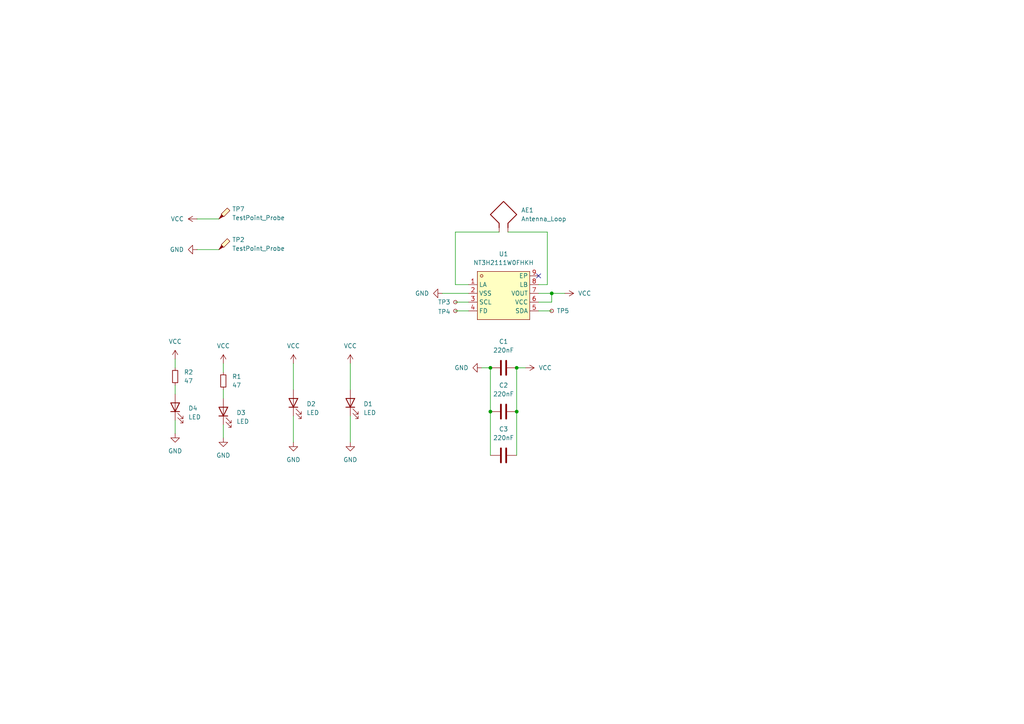
<source format=kicad_sch>
(kicad_sch (version 20231120) (generator "eeschema") (generator_version "8.0")
  (paper "A4")
  (lib_symbols
    (symbol "Connector:TestPoint_Probe" (pin_numbers hide) (pin_names (offset 0.762) hide)
      (property "Reference" "TP" (at 1.651 5.842 0))
      (property "Value" "TestPoint_Probe" (at 1.651 4.064 0))
      (symbol "TestPoint_Probe_0_1"
        (polyline (pts (xy 1.27 0.762) (xy 0 0) (xy 0.762 1.27) (xy 1.27 0.762)) (fill (type outline)))
        (polyline (pts (xy 1.397 0.635) (xy 0.635 1.397) (xy 2.413 3.175) (xy 3.175 2.413) (xy 1.397 0.635)) (fill (type background)))
      )
      (symbol "TestPoint_Probe_1_1"
        (pin passive line (at 0 0 90) (length 0) (name "1") (number "1"))
      )
    )
    (symbol "Connector:TestPoint_Small" (pin_numbers hide) (pin_names (offset 0.762) hide)
      (property "Reference" "TP" (at 0 3.81 0))
      (property "Value" "TestPoint_Small" (at 0 2.032 0))
      (symbol "TestPoint_Small_0_1"
        (circle (center 0 0) (radius 0.508))
      )
      (symbol "TestPoint_Small_1_1"
        (pin passive line (at 0 0 90) (length 0) (name "1") (number "1"))
      )
    )
    (symbol "Device:Antenna_Loop" (pin_numbers hide) (pin_names (offset 1.016) hide)
      (property "Reference" "AE" (at 1.27 6.35 0))
      (property "Value" "Antenna_Loop" (at 1.27 5.08 0))
      (symbol "Antenna_Loop_0_1"
        (polyline (pts (xy 2.54 -3.81) (xy 2.54 -2.54) (xy 5.08 0) (xy 1.27 3.81) (xy -2.54 0) (xy 0 -2.54) (xy 0 -3.81)) (stroke (width 0.254)))
      )
      (symbol "Antenna_Loop_1_1"
        (pin input line (at 0 -5.08 90) (length 2.54) (name "~") (number "1"))
        (pin input line (at 2.54 -5.08 90) (length 2.54) (name "~") (number "2"))
      )
    )
    (symbol "Device:C" (pin_numbers hide) (pin_names (offset 0.254))
      (property "Reference" "C" (at 0.635 2.54 0))
      (property "Value" "C" (at 0.635 -2.54 0))
      (symbol "C_0_1"
        (polyline (pts (xy -2.032 -0.762) (xy 2.032 -0.762)) (stroke (width 0.508)))
        (polyline (pts (xy -2.032 0.762) (xy 2.032 0.762)) (stroke (width 0.508)))
      )
      (symbol "C_1_1"
        (pin passive line (at 0 3.81 270) (length 2.794) (name "~") (number "1"))
        (pin passive line (at 0 -3.81 90) (length 2.794) (name "~") (number "2"))
      )
    )
    (symbol "Device:LED" (pin_numbers hide) (pin_names (offset 1.016) hide)
      (property "Reference" "D" (at 0 2.54 0))
      (property "Value" "LED" (at 0 -2.54 0))
      (symbol "LED_0_1"
        (polyline (pts (xy -1.27 -1.27) (xy -1.27 1.27)) (stroke (width 0.254)))
        (polyline (pts (xy -1.27 0) (xy 1.27 0)))
        (polyline (pts (xy 1.27 -1.27) (xy 1.27 1.27) (xy -1.27 0) (xy 1.27 -1.27)) (stroke (width 0.254)))
        (polyline (pts (xy -3.048 -0.762) (xy -4.572 -2.286) (xy -3.81 -2.286) (xy -4.572 -2.286) (xy -4.572 -1.524)))
        (polyline (pts (xy -1.778 -0.762) (xy -3.302 -2.286) (xy -2.54 -2.286) (xy -3.302 -2.286) (xy -3.302 -1.524)))
      )
      (symbol "LED_1_1"
        (pin passive line (at -3.81 0 0) (length 2.54) (name "K") (number "1"))
        (pin passive line (at 3.81 0 180) (length 2.54) (name "A") (number "2"))
      )
    )
    (symbol "Device:R_Small" (pin_numbers hide) (pin_names (offset 0.254) hide)
      (property "Reference" "R" (at 0.762 0.508 0))
      (property "Value" "R_Small" (at 0.762 -1.016 0))
      (symbol "R_Small_0_1"
        (rectangle (start -0.762 1.778) (end 0.762 -1.778) (stroke (width 0.2032)))
      )
      (symbol "R_Small_1_1"
        (pin passive line (at 0 2.54 270) (length 0.762) (name "~") (number "1"))
        (pin passive line (at 0 -2.54 90) (length 0.762) (name "~") (number "2"))
      )
    )
    (symbol "easyeda2kicad:NT3H2111W0FHKH"
      (property "Reference" "U" (at 0 11.43 0))
      (property "Value" "NT3H2111W0FHKH" (at 0 -8.89 0))
      (symbol "NT3H2111W0FHKH_0_1"
        (rectangle (start -7.62 7.62) (end 7.62 -6.35) (fill (type background)))
        (circle (center -6.35 6.35) (radius 0.38))
        (pin unspecified line (at -10.16 3.81 0) (length 2.54) (name "LA") (number "1"))
        (pin unspecified line (at -10.16 1.27 0) (length 2.54) (name "VSS") (number "2"))
        (pin unspecified line (at -10.16 -1.27 0) (length 2.54) (name "SCL") (number "3"))
        (pin unspecified line (at -10.16 -3.81 0) (length 2.54) (name "FD") (number "4"))
        (pin unspecified line (at 10.16 -3.81 180) (length 2.54) (name "SDA") (number "5"))
        (pin unspecified line (at 10.16 -1.27 180) (length 2.54) (name "VCC") (number "6"))
        (pin unspecified line (at 10.16 1.27 180) (length 2.54) (name "VOUT") (number "7"))
        (pin unspecified line (at 10.16 3.81 180) (length 2.54) (name "LB") (number "8"))
        (pin unspecified line (at 10.16 6.35 180) (length 2.54) (name "EP") (number "9"))
      )
    )
    (symbol "power:GND" (power) (pin_numbers hide) (pin_names (offset 0) hide)
      (property "Value" "GND" (at 0 -3.81 0))
      (symbol "GND_0_1"
        (polyline (pts (xy 0 0) (xy 0 -1.27) (xy 1.27 -1.27) (xy 0 -2.54) (xy -1.27 -1.27) (xy 0 -1.27)))
      )
      (symbol "GND_1_1"
        (pin power_in line (at 0 0 270) (length 0) (name "~") (number "1"))
      )
    )
    (symbol "power:VCC" (power) (pin_numbers hide) (pin_names (offset 0) hide)
      (property "Value" "VCC" (at 0 3.556 0))
      (symbol "VCC_0_1"
        (polyline (pts (xy -0.762 1.27) (xy 0 2.54)))
        (polyline (pts (xy 0 0) (xy 0 2.54)))
        (polyline (pts (xy 0 2.54) (xy 0.762 1.27)))
      )
      (symbol "VCC_1_1"
        (pin power_in line (at 0 0 90) (length 0) (name "~") (number "1"))
      )
    )
  )
  (junction (at 149.86 106.68))
  (junction (at 142.24 119.38))
  (junction (at 149.86 119.38))
  (junction (at 142.24 106.68))
  (junction (at 160.02 85.09))
  (no_connect (at 156.21 80.01))
  (wire (pts (xy 149.86 106.68) (xy 152.4 106.68)))
  (wire (pts (xy 144.78 67.31) (xy 132.08 67.31)))
  (wire (pts (xy 163.83 85.09) (xy 160.02 85.09)))
  (wire (pts (xy 85.09 105.41) (xy 85.09 113.03)))
  (wire (pts (xy 128.27 85.09) (xy 135.89 85.09)))
  (wire (pts (xy 160.02 85.09) (xy 156.21 85.09)))
  (wire (pts (xy 50.8 114.3) (xy 50.8 111.76)))
  (wire (pts (xy 57.15 63.5) (xy 63.5 63.5)))
  (wire (pts (xy 57.15 72.39) (xy 63.5 72.39)))
  (wire (pts (xy 149.86 119.38) (xy 149.86 132.08)))
  (wire (pts (xy 101.6 105.41) (xy 101.6 113.03)))
  (wire (pts (xy 158.75 67.31) (xy 158.75 82.55)))
  (wire (pts (xy 139.7 106.68) (xy 142.24 106.68)))
  (wire (pts (xy 132.08 87.63) (xy 135.89 87.63)))
  (wire (pts (xy 64.77 127) (xy 64.77 123.19)))
  (wire (pts (xy 101.6 128.27) (xy 101.6 120.65)))
  (wire (pts (xy 132.08 90.17) (xy 135.89 90.17)))
  (wire (pts (xy 160.02 90.17) (xy 156.21 90.17)))
  (wire (pts (xy 64.77 105.41) (xy 64.77 107.95)))
  (wire (pts (xy 158.75 82.55) (xy 156.21 82.55)))
  (wire (pts (xy 85.09 128.27) (xy 85.09 120.65)))
  (wire (pts (xy 132.08 82.55) (xy 135.89 82.55)))
  (wire (pts (xy 149.86 106.68) (xy 149.86 119.38)))
  (wire (pts (xy 64.77 115.57) (xy 64.77 113.03)))
  (wire (pts (xy 132.08 67.31) (xy 132.08 82.55)))
  (wire (pts (xy 160.02 87.63) (xy 160.02 85.09)))
  (wire (pts (xy 147.32 67.31) (xy 158.75 67.31)))
  (wire (pts (xy 142.24 119.38) (xy 142.24 132.08)))
  (wire (pts (xy 50.8 125.73) (xy 50.8 121.92)))
  (wire (pts (xy 50.8 104.14) (xy 50.8 106.68)))
  (wire (pts (xy 142.24 106.68) (xy 142.24 119.38)))
  (wire (pts (xy 156.21 87.63) (xy 160.02 87.63)))
  (symbol (lib_id "power:VCC") (at 57.15 63.5 90) (unit 1)
    (property "Reference" "#PWR014" (effects (hide yes)))
    (property "Value" "VCC" (at 53.34 63.4999 90) (effects (justify left)))
    (property "Description" "Power symbol creates a global label with name \"VCC\"" (effects (hide yes)))
  )
  (symbol (lib_id "Connector:TestPoint_Probe") (at 63.5 72.39 0) (unit 1)
    (property "Reference" "TP2" (at 67.31 69.5324 0) (effects (justify left)))
    (property "Value" "TestPoint_Probe" (at 67.31 72.0724 0) (effects (justify left)))
    (property "Footprint" "TestPoint:TestPoint_Loop_D2.54mm_Drill1.5mm_Beaded" (effects (hide yes)))
    (property "Description" "test point (alternative probe-style design)" (effects (hide yes)))
  )
  (symbol (lib_id "power:GND") (at 101.6 128.27 0) (unit 1)
    (property "Reference" "#PWR05" (effects (hide yes)))
    (property "Value" "GND" (at 101.6 133.35 0))
    (property "Description" "Power symbol creates a global label with name \"GND\" , ground" (effects (hide yes)))
  )
  (symbol (lib_id "Connector:TestPoint_Small") (at 160.02 90.17 90) (unit 1)
    (property "Reference" "TP5" (at 165.1 90.17 90) (effects (justify left)))
    (property "Value" "TestPoint_Small" (effects (hide yes)))
    (property "Footprint" "TestPoint:TestPoint_Pad_1.0x1.0mm" (effects (hide yes)))
    (property "Description" "test point" (effects (hide yes)))
  )
  (symbol (lib_id "Device:LED") (at 85.09 116.84 90) (unit 1)
    (property "Reference" "D2" (at 88.9 117.1574 90) (effects (justify right)))
    (property "Value" "LED" (at 88.9 119.6974 90) (effects (justify right)))
    (property "Footprint" "LED_SMD:LED_0805_2012Metric_Pad1.15x1.40mm_HandSolder" (effects (hide yes)))
    (property "Description" "Light emitting diode" (effects (hide yes)))
  )
  (symbol (lib_id "Device:R_Small") (at 64.77 110.49 0) (unit 1)
    (property "Reference" "R1" (at 67.31 109.2199 0) (effects (justify left)))
    (property "Value" "47" (at 67.31 111.7599 0) (effects (justify left)))
    (property "Footprint" "Resistor_SMD:R_0402_1005Metric_Pad0.72x0.64mm_HandSolder" (effects (hide yes)))
    (property "Description" "Resistor, small symbol" (effects (hide yes)))
  )
  (symbol (lib_id "power:VCC") (at 64.77 105.41 0) (unit 1)
    (property "Reference" "#PWR09" (effects (hide yes)))
    (property "Value" "VCC" (at 64.77 100.33 0))
    (property "Description" "Power symbol creates a global label with name \"VCC\"" (effects (hide yes)))
  )
  (symbol (lib_id "power:GND") (at 50.8 125.73 0) (unit 1)
    (property "Reference" "#PWR012" (effects (hide yes)))
    (property "Value" "GND" (at 50.8 130.81 0))
    (property "Description" "Power symbol creates a global label with name \"GND\" , ground" (effects (hide yes)))
  )
  (symbol (lib_id "Device:C") (at 146.05 132.08 90) (unit 1)
    (property "Reference" "C3" (at 146.05 124.46 90))
    (property "Value" "220nF" (at 146.05 127 90))
    (property "Footprint" "Capacitor_SMD:C_0402_1005Metric_Pad0.74x0.62mm_HandSolder" (effects (hide yes)))
    (property "Description" "Unpolarized capacitor" (effects (hide yes)))
  )
  (symbol (lib_id "Device:R_Small") (at 50.8 109.22 0) (unit 1)
    (property "Reference" "R2" (at 53.34 107.9499 0) (effects (justify left)))
    (property "Value" "47" (at 53.34 110.4899 0) (effects (justify left)))
    (property "Footprint" "Resistor_SMD:R_0402_1005Metric_Pad0.72x0.64mm_HandSolder" (effects (hide yes)))
    (property "Description" "Resistor, small symbol" (effects (hide yes)))
  )
  (symbol (lib_id "power:GND") (at 64.77 127 0) (unit 1)
    (property "Reference" "#PWR010" (effects (hide yes)))
    (property "Value" "GND" (at 64.77 132.08 0))
    (property "Description" "Power symbol creates a global label with name \"GND\" , ground" (effects (hide yes)))
  )
  (symbol (lib_id "Device:LED") (at 50.8 118.11 90) (unit 1)
    (property "Reference" "D4" (at 54.61 118.4274 90) (effects (justify right)))
    (property "Value" "LED" (at 54.61 120.9674 90) (effects (justify right)))
    (property "Footprint" "LED_SMD:LED_0805_2012Metric_Pad1.15x1.40mm_HandSolder" (effects (hide yes)))
    (property "Description" "Light emitting diode" (effects (hide yes)))
  )
  (symbol (lib_id "easyeda2kicad:NT3H2111W0FHKH") (at 146.05 86.36 0) (unit 1)
    (property "Reference" "U1" (at 146.05 73.66 0))
    (property "Value" "NT3H2111W0FHKH" (at 146.05 76.2 0))
    (property "Footprint" "easyeda2kicad:XQFN-8_L1.6-W1.6-P0.50-BL" (effects (hide yes)))
    (property "LCSC Part" "C710403" (effects (hide yes)))
  )
  (symbol (lib_id "Device:C") (at 146.05 119.38 90) (unit 1)
    (property "Reference" "C2" (at 146.05 111.76 90))
    (property "Value" "220nF" (at 146.05 114.3 90))
    (property "Footprint" "Capacitor_SMD:C_0402_1005Metric_Pad0.74x0.62mm_HandSolder" (effects (hide yes)))
    (property "Description" "Unpolarized capacitor" (effects (hide yes)))
  )
  (symbol (lib_id "power:GND") (at 85.09 128.27 0) (unit 1)
    (property "Reference" "#PWR08" (effects (hide yes)))
    (property "Value" "GND" (at 85.09 133.35 0))
    (property "Description" "Power symbol creates a global label with name \"GND\" , ground" (effects (hide yes)))
  )
  (symbol (lib_id "Device:LED") (at 64.77 119.38 90) (unit 1)
    (property "Reference" "D3" (at 68.58 119.6974 90) (effects (justify right)))
    (property "Value" "LED" (at 68.58 122.2374 90) (effects (justify right)))
    (property "Footprint" "LED_SMD:LED_0805_2012Metric_Pad1.15x1.40mm_HandSolder" (effects (hide yes)))
    (property "Description" "Light emitting diode" (effects (hide yes)))
  )
  (symbol (lib_id "Device:C") (at 146.05 106.68 90) (unit 1)
    (property "Reference" "C1" (at 146.05 99.06 90))
    (property "Value" "220nF" (at 146.05 101.6 90))
    (property "Footprint" "Capacitor_SMD:C_0402_1005Metric_Pad0.74x0.62mm_HandSolder" (effects (hide yes)))
    (property "Description" "Unpolarized capacitor" (effects (hide yes)))
  )
  (symbol (lib_id "Device:Antenna_Loop") (at 144.78 62.23 0) (unit 1) (in_bom no)
    (property "Reference" "AE1" (at 151.13 60.9599 0) (effects (justify left)))
    (property "Value" "Antenna_Loop" (at 151.13 63.4999 0) (effects (justify left)))
    (property "Footprint" "Library:nfc-antenna" (effects (hide yes)))
    (property "Description" "Loop antenna" (effects (hide yes)))
  )
  (symbol (lib_id "power:VCC") (at 50.8 104.14 0) (unit 1)
    (property "Reference" "#PWR011" (effects (hide yes)))
    (property "Value" "VCC" (at 50.8 99.06 0))
    (property "Description" "Power symbol creates a global label with name \"VCC\"" (effects (hide yes)))
  )
  (symbol (lib_id "power:VCC") (at 101.6 105.41 0) (unit 1)
    (property "Reference" "#PWR06" (effects (hide yes)))
    (property "Value" "VCC" (at 101.6 100.33 0))
    (property "Description" "Power symbol creates a global label with name \"VCC\"" (effects (hide yes)))
  )
  (symbol (lib_id "power:GND") (at 128.27 85.09 270) (unit 1)
    (property "Reference" "#PWR02" (effects (hide yes)))
    (property "Value" "GND" (at 124.46 85.0899 90) (effects (justify right)))
    (property "Description" "Power symbol creates a global label with name \"GND\" , ground" (effects (hide yes)))
  )
  (symbol (lib_id "power:GND") (at 139.7 106.68 270) (unit 1)
    (property "Reference" "#PWR03" (effects (hide yes)))
    (property "Value" "GND" (at 135.89 106.6799 90) (effects (justify right)))
    (property "Description" "Power symbol creates a global label with name \"GND\" , ground" (effects (hide yes)))
  )
  (symbol (lib_id "power:VCC") (at 85.09 105.41 0) (unit 1)
    (property "Reference" "#PWR07" (effects (hide yes)))
    (property "Value" "VCC" (at 85.09 100.33 0))
    (property "Description" "Power symbol creates a global label with name \"VCC\"" (effects (hide yes)))
  )
  (symbol (lib_id "Device:LED") (at 101.6 116.84 90) (unit 1)
    (property "Reference" "D1" (at 105.41 117.1574 90) (effects (justify right)))
    (property "Value" "LED" (at 105.41 119.6974 90) (effects (justify right)))
    (property "Footprint" "LED_SMD:LED_0805_2012Metric_Pad1.15x1.40mm_HandSolder" (effects (hide yes)))
    (property "Description" "Light emitting diode" (effects (hide yes)))
  )
  (symbol (lib_id "power:VCC") (at 152.4 106.68 270) (unit 1)
    (property "Reference" "#PWR04" (effects (hide yes)))
    (property "Value" "VCC" (at 156.21 106.6799 90) (effects (justify left)))
    (property "Description" "Power symbol creates a global label with name \"VCC\"" (effects (hide yes)))
  )
  (symbol (lib_id "Connector:TestPoint_Probe") (at 63.5 63.5 0) (unit 1)
    (property "Reference" "TP7" (at 67.31 60.6424 0) (effects (justify left)))
    (property "Value" "TestPoint_Probe" (at 67.31 63.1824 0) (effects (justify left)))
    (property "Footprint" "TestPoint:TestPoint_Loop_D2.54mm_Drill1.5mm_Beaded" (effects (hide yes)))
    (property "Description" "test point (alternative probe-style design)" (effects (hide yes)))
  )
  (symbol (lib_id "power:VCC") (at 163.83 85.09 270) (unit 1)
    (property "Reference" "#PWR01" (effects (hide yes)))
    (property "Value" "VCC" (at 167.64 85.0899 90) (effects (justify left)))
    (property "Description" "Power symbol creates a global label with name \"VCC\"" (effects (hide yes)))
  )
  (symbol (lib_id "Connector:TestPoint_Small") (at 132.08 90.17 270) (unit 1)
    (property "Reference" "TP4" (at 127 90.424 90) (effects (justify left)))
    (property "Value" "TestPoint_Small" (effects (hide yes)))
    (property "Footprint" "TestPoint:TestPoint_Pad_1.0x1.0mm" (effects (hide yes)))
    (property "Description" "test point" (effects (hide yes)))
  )
  (symbol (lib_id "Connector:TestPoint_Small") (at 132.08 87.63 270) (unit 1)
    (property "Reference" "TP3" (at 127 87.63 90) (effects (justify left)))
    (property "Value" "TestPoint_Small" (effects (hide yes)))
    (property "Footprint" "TestPoint:TestPoint_Pad_1.0x1.0mm" (effects (hide yes)))
    (property "Description" "test point" (effects (hide yes)))
  )
  (symbol (lib_id "power:GND") (at 57.15 72.39 270) (unit 1)
    (property "Reference" "#PWR013" (effects (hide yes)))
    (property "Value" "GND" (at 53.34 72.3899 90) (effects (justify right)))
    (property "Description" "Power symbol creates a global label with name \"GND\" , ground" (effects (hide yes)))
  )
)
</source>
